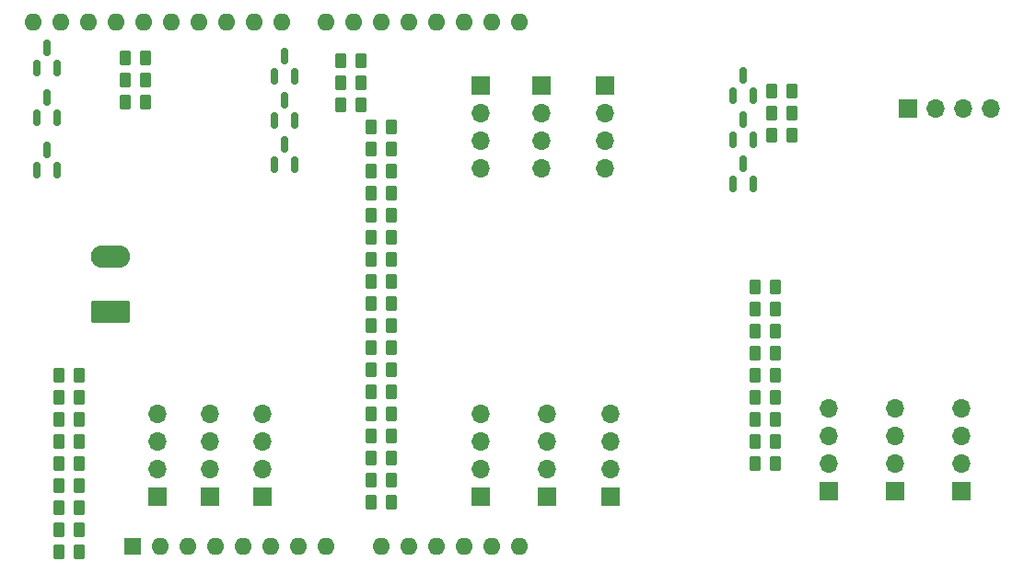
<source format=gbr>
%TF.GenerationSoftware,KiCad,Pcbnew,(6.0.7)*%
%TF.CreationDate,2023-03-18T11:43:07+08:00*%
%TF.ProjectId,LED driver,4c454420-6472-4697-9665-722e6b696361,rev?*%
%TF.SameCoordinates,Original*%
%TF.FileFunction,Soldermask,Top*%
%TF.FilePolarity,Negative*%
%FSLAX46Y46*%
G04 Gerber Fmt 4.6, Leading zero omitted, Abs format (unit mm)*
G04 Created by KiCad (PCBNEW (6.0.7)) date 2023-03-18 11:43:07*
%MOMM*%
%LPD*%
G01*
G04 APERTURE LIST*
G04 Aperture macros list*
%AMRoundRect*
0 Rectangle with rounded corners*
0 $1 Rounding radius*
0 $2 $3 $4 $5 $6 $7 $8 $9 X,Y pos of 4 corners*
0 Add a 4 corners polygon primitive as box body*
4,1,4,$2,$3,$4,$5,$6,$7,$8,$9,$2,$3,0*
0 Add four circle primitives for the rounded corners*
1,1,$1+$1,$2,$3*
1,1,$1+$1,$4,$5*
1,1,$1+$1,$6,$7*
1,1,$1+$1,$8,$9*
0 Add four rect primitives between the rounded corners*
20,1,$1+$1,$2,$3,$4,$5,0*
20,1,$1+$1,$4,$5,$6,$7,0*
20,1,$1+$1,$6,$7,$8,$9,0*
20,1,$1+$1,$8,$9,$2,$3,0*%
G04 Aperture macros list end*
%ADD10RoundRect,0.250000X-0.262500X-0.450000X0.262500X-0.450000X0.262500X0.450000X-0.262500X0.450000X0*%
%ADD11RoundRect,0.150000X0.150000X-0.587500X0.150000X0.587500X-0.150000X0.587500X-0.150000X-0.587500X0*%
%ADD12RoundRect,0.249999X1.550001X-0.790001X1.550001X0.790001X-1.550001X0.790001X-1.550001X-0.790001X0*%
%ADD13O,3.600000X2.080000*%
%ADD14RoundRect,0.250000X0.262500X0.450000X-0.262500X0.450000X-0.262500X-0.450000X0.262500X-0.450000X0*%
%ADD15R,1.700000X1.700000*%
%ADD16O,1.700000X1.700000*%
%ADD17R,1.600000X1.600000*%
%ADD18O,1.600000X1.600000*%
G04 APERTURE END LIST*
D10*
%TO.C,R7*%
X161901500Y-102362000D03*
X163726500Y-102362000D03*
%TD*%
D11*
%TO.C,Q1*%
X159832000Y-88821500D03*
X161732000Y-88821500D03*
X160782000Y-86946500D03*
%TD*%
%TO.C,Q8*%
X95824000Y-82725500D03*
X97724000Y-82725500D03*
X96774000Y-80850500D03*
%TD*%
D10*
%TO.C,R10*%
X161901500Y-114554000D03*
X163726500Y-114554000D03*
%TD*%
%TO.C,R32*%
X126595500Y-116078000D03*
X128420500Y-116078000D03*
%TD*%
D11*
%TO.C,Q7*%
X95824000Y-87551500D03*
X97724000Y-87551500D03*
X96774000Y-85676500D03*
%TD*%
D10*
%TO.C,R20*%
X126595500Y-97790000D03*
X128420500Y-97790000D03*
%TD*%
D12*
%TO.C,J2*%
X102616000Y-100584000D03*
D13*
X102616000Y-95504000D03*
%TD*%
D10*
%TO.C,R5*%
X161901500Y-106426000D03*
X163726500Y-106426000D03*
%TD*%
%TO.C,R17*%
X126595500Y-91694000D03*
X128420500Y-91694000D03*
%TD*%
D11*
%TO.C,Q9*%
X95824000Y-78153500D03*
X97724000Y-78153500D03*
X96774000Y-76278500D03*
%TD*%
D14*
%TO.C,R1*%
X165250500Y-84328000D03*
X163425500Y-84328000D03*
%TD*%
D10*
%TO.C,R4*%
X161901500Y-108458000D03*
X163726500Y-108458000D03*
%TD*%
%TO.C,R41*%
X97893500Y-114554000D03*
X99718500Y-114554000D03*
%TD*%
D15*
%TO.C,J5*%
X168656000Y-117094000D03*
D16*
X168656000Y-114554000D03*
X168656000Y-112014000D03*
X168656000Y-109474000D03*
%TD*%
D10*
%TO.C,R9*%
X161901500Y-98298000D03*
X163726500Y-98298000D03*
%TD*%
%TO.C,R27*%
X126595500Y-101854000D03*
X128420500Y-101854000D03*
%TD*%
D15*
%TO.C,J12*%
X106934000Y-117592000D03*
D16*
X106934000Y-115052000D03*
X106934000Y-112512000D03*
X106934000Y-109972000D03*
%TD*%
D15*
%TO.C,J8*%
X148082000Y-79756000D03*
D16*
X148082000Y-82296000D03*
X148082000Y-84836000D03*
X148082000Y-87376000D03*
%TD*%
D14*
%TO.C,R2*%
X165250500Y-82296000D03*
X163425500Y-82296000D03*
%TD*%
D15*
%TO.C,J11*%
X136652000Y-117592000D03*
D16*
X136652000Y-115052000D03*
X136652000Y-112512000D03*
X136652000Y-109972000D03*
%TD*%
D10*
%TO.C,R40*%
X97893500Y-116586000D03*
X99718500Y-116586000D03*
%TD*%
%TO.C,R26*%
X126595500Y-103886000D03*
X128420500Y-103886000D03*
%TD*%
D14*
%TO.C,R3*%
X165250500Y-80264000D03*
X163425500Y-80264000D03*
%TD*%
%TO.C,R35*%
X105814500Y-79248000D03*
X103989500Y-79248000D03*
%TD*%
D11*
%TO.C,Q6*%
X117668000Y-78915500D03*
X119568000Y-78915500D03*
X118618000Y-77040500D03*
%TD*%
D15*
%TO.C,J6*%
X136652000Y-79756000D03*
D16*
X136652000Y-82296000D03*
X136652000Y-84836000D03*
X136652000Y-87376000D03*
%TD*%
D10*
%TO.C,R44*%
X97893500Y-108458000D03*
X99718500Y-108458000D03*
%TD*%
%TO.C,R14*%
X126595500Y-85598000D03*
X128420500Y-85598000D03*
%TD*%
%TO.C,R25*%
X126595500Y-105918000D03*
X128420500Y-105918000D03*
%TD*%
%TO.C,R12*%
X161901500Y-110490000D03*
X163726500Y-110490000D03*
%TD*%
%TO.C,R43*%
X97893500Y-110490000D03*
X99718500Y-110490000D03*
%TD*%
%TO.C,R42*%
X97893500Y-112522000D03*
X99718500Y-112522000D03*
%TD*%
%TO.C,R21*%
X126595500Y-99822000D03*
X128420500Y-99822000D03*
%TD*%
D11*
%TO.C,Q4*%
X117668000Y-87043500D03*
X119568000Y-87043500D03*
X118618000Y-85168500D03*
%TD*%
D10*
%TO.C,R11*%
X161901500Y-112522000D03*
X163726500Y-112522000D03*
%TD*%
%TO.C,R45*%
X97893500Y-106426000D03*
X99718500Y-106426000D03*
%TD*%
D15*
%TO.C,J4*%
X180848000Y-117084000D03*
D16*
X180848000Y-114544000D03*
X180848000Y-112004000D03*
X180848000Y-109464000D03*
%TD*%
D10*
%TO.C,R33*%
X126595500Y-114046000D03*
X128420500Y-114046000D03*
%TD*%
%TO.C,R16*%
X126595500Y-89662000D03*
X128420500Y-89662000D03*
%TD*%
D15*
%TO.C,J9*%
X148590000Y-117612000D03*
D16*
X148590000Y-115072000D03*
X148590000Y-112532000D03*
X148590000Y-109992000D03*
%TD*%
D15*
%TO.C,J10*%
X142748000Y-117602000D03*
D16*
X142748000Y-115062000D03*
X142748000Y-112522000D03*
X142748000Y-109982000D03*
%TD*%
D14*
%TO.C,R23*%
X125626500Y-79502000D03*
X123801500Y-79502000D03*
%TD*%
D15*
%TO.C,J14*%
X116586000Y-117592000D03*
D16*
X116586000Y-115052000D03*
X116586000Y-112512000D03*
X116586000Y-109972000D03*
%TD*%
D10*
%TO.C,R6*%
X161901500Y-104394000D03*
X163726500Y-104394000D03*
%TD*%
D15*
%TO.C,J7*%
X142240000Y-79756000D03*
D16*
X142240000Y-82296000D03*
X142240000Y-84836000D03*
X142240000Y-87376000D03*
%TD*%
D15*
%TO.C,J13*%
X111760000Y-117592000D03*
D16*
X111760000Y-115052000D03*
X111760000Y-112512000D03*
X111760000Y-109972000D03*
%TD*%
D10*
%TO.C,R31*%
X126595500Y-118110000D03*
X128420500Y-118110000D03*
%TD*%
D14*
%TO.C,R34*%
X105814500Y-81280000D03*
X103989500Y-81280000D03*
%TD*%
D10*
%TO.C,R28*%
X126595500Y-112014000D03*
X128420500Y-112014000D03*
%TD*%
D11*
%TO.C,Q2*%
X159832000Y-84757500D03*
X161732000Y-84757500D03*
X160782000Y-82882500D03*
%TD*%
D10*
%TO.C,R18*%
X126595500Y-93726000D03*
X128420500Y-93726000D03*
%TD*%
D14*
%TO.C,R36*%
X105814500Y-77216000D03*
X103989500Y-77216000D03*
%TD*%
D11*
%TO.C,Q5*%
X117668000Y-82979500D03*
X119568000Y-82979500D03*
X118618000Y-81104500D03*
%TD*%
D10*
%TO.C,R38*%
X97893500Y-120650000D03*
X99718500Y-120650000D03*
%TD*%
%TO.C,R15*%
X126595500Y-87630000D03*
X128420500Y-87630000D03*
%TD*%
D11*
%TO.C,Q3*%
X159832000Y-80693500D03*
X161732000Y-80693500D03*
X160782000Y-78818500D03*
%TD*%
D10*
%TO.C,R8*%
X161901500Y-100330000D03*
X163726500Y-100330000D03*
%TD*%
%TO.C,R30*%
X126595500Y-107950000D03*
X128420500Y-107950000D03*
%TD*%
%TO.C,R39*%
X97893500Y-118618000D03*
X99718500Y-118618000D03*
%TD*%
D15*
%TO.C,J3*%
X174752000Y-117094000D03*
D16*
X174752000Y-114554000D03*
X174752000Y-112014000D03*
X174752000Y-109474000D03*
%TD*%
D14*
%TO.C,R24*%
X125626500Y-77470000D03*
X123801500Y-77470000D03*
%TD*%
D15*
%TO.C,J1*%
X175905000Y-81845000D03*
D16*
X178445000Y-81845000D03*
X180985000Y-81845000D03*
X183525000Y-81845000D03*
%TD*%
D10*
%TO.C,R29*%
X126595500Y-109982000D03*
X128420500Y-109982000D03*
%TD*%
D14*
%TO.C,R22*%
X125626500Y-81534000D03*
X123801500Y-81534000D03*
%TD*%
D10*
%TO.C,R37*%
X97893500Y-122682000D03*
X99718500Y-122682000D03*
%TD*%
%TO.C,R13*%
X126595500Y-83566000D03*
X128420500Y-83566000D03*
%TD*%
%TO.C,R19*%
X126595500Y-95758000D03*
X128420500Y-95758000D03*
%TD*%
D17*
%TO.C,A1*%
X104648000Y-122174000D03*
D18*
X107188000Y-122174000D03*
X109728000Y-122174000D03*
X112268000Y-122174000D03*
X114808000Y-122174000D03*
X117348000Y-122174000D03*
X119888000Y-122174000D03*
X122428000Y-122174000D03*
X127508000Y-122174000D03*
X130048000Y-122174000D03*
X132588000Y-122174000D03*
X135128000Y-122174000D03*
X137668000Y-122174000D03*
X140208000Y-122174000D03*
X140208000Y-73914000D03*
X137668000Y-73914000D03*
X135128000Y-73914000D03*
X132588000Y-73914000D03*
X130048000Y-73914000D03*
X127508000Y-73914000D03*
X124968000Y-73914000D03*
X122428000Y-73914000D03*
X118368000Y-73914000D03*
X115828000Y-73914000D03*
X113288000Y-73914000D03*
X110748000Y-73914000D03*
X108208000Y-73914000D03*
X105668000Y-73914000D03*
X103128000Y-73914000D03*
X100588000Y-73914000D03*
X98048000Y-73914000D03*
X95508000Y-73914000D03*
%TD*%
M02*

</source>
